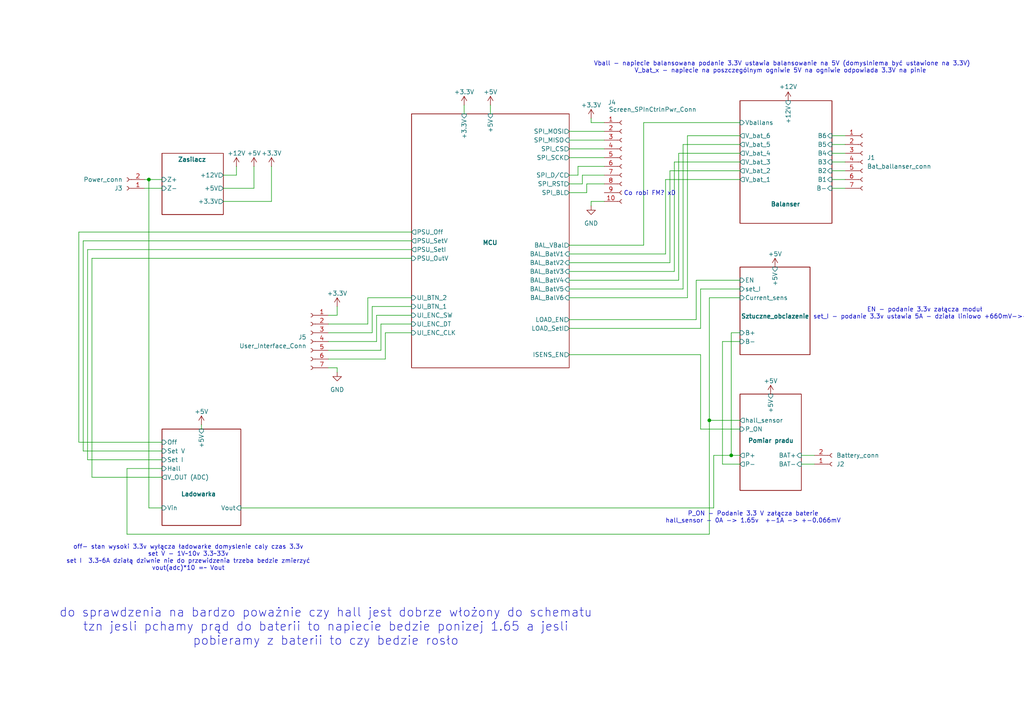
<source format=kicad_sch>
(kicad_sch (version 20231120) (generator "eeschema") (generator_version "8.0")
  (paper "A4")
  (lib_symbols
    (symbol "Connector:Conn_01x02_Socket" (pin_names (offset 1.016) hide)
      (property "Reference" "J" (at 0 2.54 0))
      (property "Value" "Conn_01x02_Socket" (at 0 -5.08 0))
      (symbol "Conn_01x02_Socket_1_1"
        (arc (start 0 -2.032) (mid -0.5058 -2.54) (end 0 -3.048) (stroke (width 0.1524)))
        (polyline (pts (xy -1.27 -2.54) (xy -0.508 -2.54)) (stroke (width 0.1524)))
        (polyline (pts (xy -1.27 0) (xy -0.508 0)) (stroke (width 0.1524)))
        (arc (start 0 0.508) (mid -0.5058 0) (end 0 -0.508) (stroke (width 0.1524)))
        (pin passive line (at -5.08 0 0) (length 3.81) (name "Pin_1") (number "1"))
        (pin passive line (at -5.08 -2.54 0) (length 3.81) (name "Pin_2") (number "2"))
      )
    )
    (symbol "Connector:Conn_01x07_Socket" (pin_names (offset 1.016) hide)
      (property "Reference" "J" (at 0 10.16 0))
      (property "Value" "Conn_01x07_Socket" (at 0 -10.16 0))
      (symbol "Conn_01x07_Socket_1_1"
        (arc (start 0 -7.112) (mid -0.5058 -7.62) (end 0 -8.128) (stroke (width 0.1524)))
        (arc (start 0 -4.572) (mid -0.5058 -5.08) (end 0 -5.588) (stroke (width 0.1524)))
        (arc (start 0 -2.032) (mid -0.5058 -2.54) (end 0 -3.048) (stroke (width 0.1524)))
        (polyline (pts (xy -1.27 -7.62) (xy -0.508 -7.62)) (stroke (width 0.1524)))
        (polyline (pts (xy -1.27 -5.08) (xy -0.508 -5.08)) (stroke (width 0.1524)))
        (polyline (pts (xy -1.27 -2.54) (xy -0.508 -2.54)) (stroke (width 0.1524)))
        (polyline (pts (xy -1.27 0) (xy -0.508 0)) (stroke (width 0.1524)))
        (polyline (pts (xy -1.27 2.54) (xy -0.508 2.54)) (stroke (width 0.1524)))
        (polyline (pts (xy -1.27 5.08) (xy -0.508 5.08)) (stroke (width 0.1524)))
        (polyline (pts (xy -1.27 7.62) (xy -0.508 7.62)) (stroke (width 0.1524)))
        (arc (start 0 0.508) (mid -0.5058 0) (end 0 -0.508) (stroke (width 0.1524)))
        (arc (start 0 3.048) (mid -0.5058 2.54) (end 0 2.032) (stroke (width 0.1524)))
        (arc (start 0 5.588) (mid -0.5058 5.08) (end 0 4.572) (stroke (width 0.1524)))
        (arc (start 0 8.128) (mid -0.5058 7.62) (end 0 7.112) (stroke (width 0.1524)))
        (pin passive line (at -5.08 7.62 0) (length 3.81) (name "Pin_1") (number "1"))
        (pin passive line (at -5.08 5.08 0) (length 3.81) (name "Pin_2") (number "2"))
        (pin passive line (at -5.08 2.54 0) (length 3.81) (name "Pin_3") (number "3"))
        (pin passive line (at -5.08 0 0) (length 3.81) (name "Pin_4") (number "4"))
        (pin passive line (at -5.08 -2.54 0) (length 3.81) (name "Pin_5") (number "5"))
        (pin passive line (at -5.08 -5.08 0) (length 3.81) (name "Pin_6") (number "6"))
        (pin passive line (at -5.08 -7.62 0) (length 3.81) (name "Pin_7") (number "7"))
      )
    )
    (symbol "Connector:Conn_01x10_Socket" (pin_names (offset 1.016) hide)
      (property "Reference" "J" (at 0 12.7 0))
      (property "Value" "Conn_01x10_Socket" (at 0 -15.24 0))
      (symbol "Conn_01x10_Socket_1_1"
        (arc (start 0 -12.192) (mid -0.5058 -12.7) (end 0 -13.208) (stroke (width 0.1524)))
        (arc (start 0 -9.652) (mid -0.5058 -10.16) (end 0 -10.668) (stroke (width 0.1524)))
        (arc (start 0 -7.112) (mid -0.5058 -7.62) (end 0 -8.128) (stroke (width 0.1524)))
        (arc (start 0 -4.572) (mid -0.5058 -5.08) (end 0 -5.588) (stroke (width 0.1524)))
        (arc (start 0 -2.032) (mid -0.5058 -2.54) (end 0 -3.048) (stroke (width 0.1524)))
        (polyline (pts (xy -1.27 -12.7) (xy -0.508 -12.7)) (stroke (width 0.1524)))
        (polyline (pts (xy -1.27 -10.16) (xy -0.508 -10.16)) (stroke (width 0.1524)))
        (polyline (pts (xy -1.27 -7.62) (xy -0.508 -7.62)) (stroke (width 0.1524)))
        (polyline (pts (xy -1.27 -5.08) (xy -0.508 -5.08)) (stroke (width 0.1524)))
        (polyline (pts (xy -1.27 -2.54) (xy -0.508 -2.54)) (stroke (width 0.1524)))
        (polyline (pts (xy -1.27 0) (xy -0.508 0)) (stroke (width 0.1524)))
        (polyline (pts (xy -1.27 2.54) (xy -0.508 2.54)) (stroke (width 0.1524)))
        (polyline (pts (xy -1.27 5.08) (xy -0.508 5.08)) (stroke (width 0.1524)))
        (polyline (pts (xy -1.27 7.62) (xy -0.508 7.62)) (stroke (width 0.1524)))
        (polyline (pts (xy -1.27 10.16) (xy -0.508 10.16)) (stroke (width 0.1524)))
        (arc (start 0 0.508) (mid -0.5058 0) (end 0 -0.508) (stroke (width 0.1524)))
        (arc (start 0 3.048) (mid -0.5058 2.54) (end 0 2.032) (stroke (width 0.1524)))
        (arc (start 0 5.588) (mid -0.5058 5.08) (end 0 4.572) (stroke (width 0.1524)))
        (arc (start 0 8.128) (mid -0.5058 7.62) (end 0 7.112) (stroke (width 0.1524)))
        (arc (start 0 10.668) (mid -0.5058 10.16) (end 0 9.652) (stroke (width 0.1524)))
        (pin passive line (at -5.08 10.16 0) (length 3.81) (name "Pin_1") (number "1"))
        (pin passive line (at -5.08 -12.7 0) (length 3.81) (name "Pin_10") (number "10"))
        (pin passive line (at -5.08 7.62 0) (length 3.81) (name "Pin_2") (number "2"))
        (pin passive line (at -5.08 5.08 0) (length 3.81) (name "Pin_3") (number "3"))
        (pin passive line (at -5.08 2.54 0) (length 3.81) (name "Pin_4") (number "4"))
        (pin passive line (at -5.08 0 0) (length 3.81) (name "Pin_5") (number "5"))
        (pin passive line (at -5.08 -2.54 0) (length 3.81) (name "Pin_6") (number "6"))
        (pin passive line (at -5.08 -5.08 0) (length 3.81) (name "Pin_7") (number "7"))
        (pin passive line (at -5.08 -7.62 0) (length 3.81) (name "Pin_8") (number "8"))
        (pin passive line (at -5.08 -10.16 0) (length 3.81) (name "Pin_9") (number "9"))
      )
    )
    (symbol "power:+12V" (power) (pin_numbers hide) (pin_names (offset 0) hide)
      (property "Value" "+12V" (at 0 3.556 0))
      (symbol "+12V_0_1"
        (polyline (pts (xy -0.762 1.27) (xy 0 2.54)))
        (polyline (pts (xy 0 0) (xy 0 2.54)))
        (polyline (pts (xy 0 2.54) (xy 0.762 1.27)))
      )
      (symbol "+12V_1_1"
        (pin power_in line (at 0 0 90) (length 0) (name "~") (number "1"))
      )
    )
    (symbol "power:+3.3V" (power) (pin_numbers hide) (pin_names (offset 0) hide)
      (property "Value" "+3.3V" (at 0 3.556 0))
      (symbol "+3.3V_0_1"
        (polyline (pts (xy -0.762 1.27) (xy 0 2.54)))
        (polyline (pts (xy 0 0) (xy 0 2.54)))
        (polyline (pts (xy 0 2.54) (xy 0.762 1.27)))
      )
      (symbol "+3.3V_1_1"
        (pin power_in line (at 0 0 90) (length 0) (name "~") (number "1"))
      )
    )
    (symbol "power:+5V" (power) (pin_numbers hide) (pin_names (offset 0) hide)
      (property "Value" "+5V" (at 0 3.556 0))
      (symbol "+5V_0_1"
        (polyline (pts (xy -0.762 1.27) (xy 0 2.54)))
        (polyline (pts (xy 0 0) (xy 0 2.54)))
        (polyline (pts (xy 0 2.54) (xy 0.762 1.27)))
      )
      (symbol "+5V_1_1"
        (pin power_in line (at 0 0 90) (length 0) (name "~") (number "1"))
      )
    )
    (symbol "power:GND" (power) (pin_numbers hide) (pin_names (offset 0) hide)
      (property "Value" "GND" (at 0 -3.81 0))
      (symbol "GND_0_1"
        (polyline (pts (xy 0 0) (xy 0 -1.27) (xy 1.27 -1.27) (xy 0 -2.54) (xy -1.27 -1.27) (xy 0 -1.27)))
      )
      (symbol "GND_1_1"
        (pin power_in line (at 0 0 270) (length 0) (name "~") (number "1"))
      )
    )
  )
  (junction (at 212.09 132.08))
  (junction (at 205.74 121.92))
  (junction (at 43.18 52.07))
  (wire (pts (xy 186.69 71.12) (xy 186.69 35.56)))
  (wire (pts (xy 207.01 132.08) (xy 212.09 132.08)))
  (wire (pts (xy 167.64 48.26) (xy 175.26 48.26)))
  (wire (pts (xy 36.83 154.94) (xy 205.74 154.94)))
  (wire (pts (xy 214.63 134.62) (xy 209.55 134.62)))
  (wire (pts (xy 25.4 133.35) (xy 46.99 133.35)))
  (wire (pts (xy 205.74 86.36) (xy 214.63 86.36)))
  (wire (pts (xy 165.1 76.2) (xy 194.31 76.2)))
  (wire (pts (xy 165.1 86.36) (xy 199.39 86.36)))
  (wire (pts (xy 214.63 132.08) (xy 212.09 132.08)))
  (wire (pts (xy 203.2 124.46) (xy 214.63 124.46)))
  (wire (pts (xy 201.93 81.28) (xy 214.63 81.28)))
  (wire (pts (xy 195.58 78.74) (xy 195.58 46.99)))
  (wire (pts (xy 232.41 134.62) (xy 236.22 134.62)))
  (wire (pts (xy 170.18 53.34) (xy 175.26 53.34)))
  (wire (pts (xy 73.66 48.26) (xy 73.66 54.61)))
  (wire (pts (xy 25.4 72.39) (xy 25.4 133.35)))
  (wire (pts (xy 22.86 128.27) (xy 46.99 128.27)))
  (wire (pts (xy 97.79 88.9) (xy 97.79 91.44)))
  (wire (pts (xy 69.85 147.32) (xy 207.01 147.32)))
  (wire (pts (xy 41.91 52.07) (xy 43.18 52.07)))
  (wire (pts (xy 36.83 154.94) (xy 36.83 135.89)))
  (wire (pts (xy 203.2 102.87) (xy 203.2 124.46)))
  (wire (pts (xy 95.25 93.98) (xy 106.68 93.98)))
  (wire (pts (xy 203.2 95.25) (xy 203.2 83.82)))
  (wire (pts (xy 198.12 83.82) (xy 198.12 41.91)))
  (wire (pts (xy 107.95 88.9) (xy 119.38 88.9)))
  (wire (pts (xy 58.42 123.19) (xy 58.42 124.46)))
  (wire (pts (xy 194.31 49.53) (xy 214.63 49.53)))
  (wire (pts (xy 68.58 50.8) (xy 68.58 48.26)))
  (wire (pts (xy 109.22 91.44) (xy 119.38 91.44)))
  (wire (pts (xy 171.45 58.42) (xy 175.26 58.42)))
  (wire (pts (xy 119.38 72.39) (xy 25.4 72.39)))
  (wire (pts (xy 26.67 138.43) (xy 46.99 138.43)))
  (wire (pts (xy 165.1 102.87) (xy 203.2 102.87)))
  (wire (pts (xy 165.1 53.34) (xy 168.91 53.34)))
  (wire (pts (xy 186.69 35.56) (xy 214.63 35.56)))
  (wire (pts (xy 165.1 45.72) (xy 175.26 45.72)))
  (wire (pts (xy 165.1 73.66) (xy 193.04 73.66)))
  (wire (pts (xy 119.38 69.85) (xy 24.13 69.85)))
  (wire (pts (xy 207.01 147.32) (xy 207.01 132.08)))
  (wire (pts (xy 205.74 86.36) (xy 205.74 121.92)))
  (wire (pts (xy 199.39 86.36) (xy 199.39 39.37)))
  (wire (pts (xy 165.1 55.88) (xy 170.18 55.88)))
  (wire (pts (xy 196.85 44.45) (xy 214.63 44.45)))
  (wire (pts (xy 142.24 30.48) (xy 142.24 33.02)))
  (wire (pts (xy 165.1 83.82) (xy 198.12 83.82)))
  (wire (pts (xy 111.76 96.52) (xy 119.38 96.52)))
  (wire (pts (xy 43.18 52.07) (xy 43.18 147.32)))
  (wire (pts (xy 64.77 50.8) (xy 68.58 50.8)))
  (wire (pts (xy 171.45 35.56) (xy 175.26 35.56)))
  (wire (pts (xy 241.3 46.99) (xy 245.11 46.99)))
  (wire (pts (xy 95.25 106.68) (xy 97.79 106.68)))
  (wire (pts (xy 212.09 132.08) (xy 212.09 96.52)))
  (wire (pts (xy 111.76 104.14) (xy 111.76 96.52)))
  (wire (pts (xy 209.55 99.06) (xy 214.63 99.06)))
  (wire (pts (xy 110.49 93.98) (xy 119.38 93.98)))
  (wire (pts (xy 41.91 54.61) (xy 46.99 54.61)))
  (wire (pts (xy 193.04 73.66) (xy 193.04 52.07)))
  (wire (pts (xy 203.2 83.82) (xy 214.63 83.82)))
  (wire (pts (xy 171.45 34.29) (xy 171.45 35.56)))
  (wire (pts (xy 95.25 99.06) (xy 109.22 99.06)))
  (wire (pts (xy 97.79 107.95) (xy 97.79 106.68)))
  (wire (pts (xy 165.1 38.1) (xy 175.26 38.1)))
  (wire (pts (xy 241.3 49.53) (xy 245.11 49.53)))
  (wire (pts (xy 165.1 40.64) (xy 175.26 40.64)))
  (wire (pts (xy 78.74 48.26) (xy 78.74 58.42)))
  (wire (pts (xy 26.67 74.93) (xy 26.67 138.43)))
  (wire (pts (xy 119.38 67.31) (xy 22.86 67.31)))
  (wire (pts (xy 110.49 101.6) (xy 110.49 93.98)))
  (wire (pts (xy 199.39 39.37) (xy 214.63 39.37)))
  (wire (pts (xy 205.74 154.94) (xy 205.74 121.92)))
  (wire (pts (xy 106.68 86.36) (xy 119.38 86.36)))
  (wire (pts (xy 165.1 50.8) (xy 167.64 50.8)))
  (wire (pts (xy 194.31 76.2) (xy 194.31 49.53)))
  (wire (pts (xy 95.25 104.14) (xy 111.76 104.14)))
  (wire (pts (xy 167.64 50.8) (xy 167.64 48.26)))
  (wire (pts (xy 232.41 132.08) (xy 236.22 132.08)))
  (wire (pts (xy 107.95 96.52) (xy 107.95 88.9)))
  (wire (pts (xy 24.13 69.85) (xy 24.13 130.81)))
  (wire (pts (xy 95.25 91.44) (xy 97.79 91.44)))
  (wire (pts (xy 195.58 46.99) (xy 214.63 46.99)))
  (wire (pts (xy 196.85 81.28) (xy 196.85 44.45)))
  (wire (pts (xy 165.1 78.74) (xy 195.58 78.74)))
  (wire (pts (xy 241.3 54.61) (xy 245.11 54.61)))
  (wire (pts (xy 165.1 81.28) (xy 196.85 81.28)))
  (wire (pts (xy 43.18 147.32) (xy 46.99 147.32)))
  (wire (pts (xy 212.09 96.52) (xy 214.63 96.52)))
  (wire (pts (xy 241.3 44.45) (xy 245.11 44.45)))
  (wire (pts (xy 198.12 41.91) (xy 214.63 41.91)))
  (wire (pts (xy 43.18 52.07) (xy 46.99 52.07)))
  (wire (pts (xy 24.13 130.81) (xy 46.99 130.81)))
  (wire (pts (xy 109.22 99.06) (xy 109.22 91.44)))
  (wire (pts (xy 165.1 43.18) (xy 175.26 43.18)))
  (wire (pts (xy 165.1 92.71) (xy 201.93 92.71)))
  (wire (pts (xy 95.25 96.52) (xy 107.95 96.52)))
  (wire (pts (xy 22.86 67.31) (xy 22.86 128.27)))
  (wire (pts (xy 170.18 55.88) (xy 170.18 53.34)))
  (wire (pts (xy 168.91 53.34) (xy 168.91 50.8)))
  (wire (pts (xy 73.66 54.61) (xy 64.77 54.61)))
  (wire (pts (xy 201.93 92.71) (xy 201.93 81.28)))
  (wire (pts (xy 36.83 135.89) (xy 46.99 135.89)))
  (wire (pts (xy 214.63 121.92) (xy 205.74 121.92)))
  (wire (pts (xy 165.1 95.25) (xy 203.2 95.25)))
  (wire (pts (xy 78.74 58.42) (xy 64.77 58.42)))
  (wire (pts (xy 241.3 39.37) (xy 245.11 39.37)))
  (wire (pts (xy 193.04 52.07) (xy 214.63 52.07)))
  (wire (pts (xy 209.55 134.62) (xy 209.55 99.06)))
  (wire (pts (xy 241.3 41.91) (xy 245.11 41.91)))
  (wire (pts (xy 95.25 101.6) (xy 110.49 101.6)))
  (wire (pts (xy 119.38 74.93) (xy 26.67 74.93)))
  (wire (pts (xy 106.68 93.98) (xy 106.68 86.36)))
  (wire (pts (xy 171.45 59.69) (xy 171.45 58.42)))
  (wire (pts (xy 168.91 50.8) (xy 175.26 50.8)))
  (wire (pts (xy 165.1 71.12) (xy 186.69 71.12)))
  (wire (pts (xy 241.3 52.07) (xy 245.11 52.07)))
  (wire (pts (xy 134.62 30.48) (xy 134.62 33.02)))
  (text "EN - podanie 3.3v załącza moduł\nset_I - podanie 3.3v ustawia 5A - działa liniowo +660mV->+1A" (at 268.224 90.932 0) (effects (font (size 1.27 1.27))))
  (text "off- stan wysoki 3.3v wyłącza ładowarke domyslenie caly czas 3.3v\nset V - 1V~10v 3.3~33v\nset I  3.3~6A działą dziwnie nie do przewidzenia trzeba bedzie zmierzyć\nvout(adc)*10 =~ Vout" (at 54.61 161.798 0) (effects (font (size 1.27 1.27))))
  (text "Bardzo proszę o nie renumerowanie elementów !!!" (at 138.684 -9.144 0) (effects (font (size 3.81 3.81) (thickness 0.762) (bold yes))))
  (text "Vball - napiecie balansowana podanie 3.3V ustawia balansowanie na 5V (domyslniema być ustawione na 3.3V)\nV_bat_x - napiecie na poszczególnym ogniwie 5V na ogniwie odpowiada 3.3V na pinie \n" (at 226.822 19.558 0) (effects (font (size 1.27 1.27))))
  (text "Co robi FM? xD" (at 188.468 56.134 0) (effects (font (size 1.27 1.27))))
  (text "do sprawdzenia na bardzo poważnie czy hall jest dobrze włożony do schematu\n tzn jesli pchamy prąd do baterii to napiecie bedzie ponizej 1.65 a jesli \npobieramy z baterii to czy bedzie rosło" (at 94.488 181.864 0) (effects (font (size 2.54 2.54))))
  (text "P_ON - Podanie 3.3 V załącza baterie\nhall_sensor - 0A -> 1.65v  +-1A -> +-0.066mV" (at 218.44 150.114 0) (effects (font (size 1.27 1.27))))
  (symbol (lib_id "power:+3.3V") (at 97.79 88.9 0) (unit 1)
    (property "Reference" "#PWR076" (effects (hide yes)))
    (property "Value" "+3.3V" (at 97.79 85.09 0))
    (property "Description" "Power symbol creates a global label with name \"+3.3V\"" (effects (hide yes)))
  )
  (symbol (lib_id "power:+3.3V") (at 171.45 34.29 0) (unit 1)
    (property "Reference" "#PWR065" (effects (hide yes)))
    (property "Value" "+3.3V" (at 171.45 30.48 0))
    (property "Description" "Power symbol creates a global label with name \"+3.3V\"" (effects (hide yes)))
  )
  (symbol (lib_id "Connector:Conn_01x02_Socket") (at 36.83 54.61 180) (unit 1)
    (property "Reference" "J3" (at 35.56 54.6101 0) (effects (justify left)))
    (property "Value" "Power_conn" (at 35.56 52.0701 0) (effects (justify left)))
    (property "Footprint" "Connector_AMASS:AMASS_XT60PW-F_1x02_P7.20mm_Horizontal" (effects (hide yes)))
    (property "Description" "Generic connector, single row, 01x02, script generated" (effects (hide yes)))
  )
  (symbol (lib_id "power:+5V") (at 142.24 30.48 0) (unit 1)
    (property "Reference" "#PWR064" (effects (hide yes)))
    (property "Value" "+5V" (at 142.24 26.67 0))
    (property "Description" "Power symbol creates a global label with name \"+5V\"" (effects (hide yes)))
  )
  (symbol (lib_id "power:+5V") (at 73.66 48.26 0) (unit 1)
    (property "Reference" "#PWR061" (effects (hide yes)))
    (property "Value" "+5V" (at 73.66 44.45 0))
    (property "Description" "Power symbol creates a global label with name \"+5V\"" (effects (hide yes)))
  )
  (symbol (lib_id "power:+3.3V") (at 78.74 48.26 0) (unit 1)
    (property "Reference" "#PWR062" (effects (hide yes)))
    (property "Value" "+3.3V" (at 78.74 44.45 0))
    (property "Description" "Power symbol creates a global label with name \"+3.3V\"" (effects (hide yes)))
  )
  (symbol (lib_id "Connector:Conn_01x07_Socket") (at 250.19 46.99 0) (unit 1)
    (property "Reference" "J1" (at 251.46 45.7199 0) (effects (justify left)))
    (property "Value" "Bat_ballanser_conn" (at 251.46 48.2599 0) (effects (justify left)))
    (property "Footprint" "Connector_PinHeader_2.54mm:PinHeader_1x07_P2.54mm_Horizontal" (effects (hide yes)))
    (property "Description" "Generic connector, single row, 01x07, script generated" (effects (hide yes)))
  )
  (symbol (lib_id "Connector:Conn_01x07_Socket") (at 90.17 99.06 0) (mirror y) (unit 1)
    (property "Reference" "J5" (at 88.9 97.7899 0) (effects (justify left)))
    (property "Value" "User_Interface_Conn" (at 88.9 100.3299 0) (effects (justify left)))
    (property "Footprint" "Connector_PinHeader_2.54mm:PinHeader_1x07_P2.54mm_Horizontal" (effects (hide yes)))
    (property "Description" "Generic connector, single row, 01x07, script generated" (effects (hide yes)))
  )
  (symbol (lib_id "power:GND") (at 97.79 107.95 0) (unit 1)
    (property "Reference" "#PWR077" (effects (hide yes)))
    (property "Value" "GND" (at 97.79 113.03 0))
    (property "Description" "Power symbol creates a global label with name \"GND\" , ground" (effects (hide yes)))
  )
  (symbol (lib_id "power:GND") (at 171.45 59.69 0) (unit 1)
    (property "Reference" "#PWR066" (effects (hide yes)))
    (property "Value" "GND" (at 171.45 64.77 0))
    (property "Description" "Power symbol creates a global label with name \"GND\" , ground" (effects (hide yes)))
  )
  (symbol (lib_id "power:+5V") (at 224.79 77.47 0) (unit 1)
    (property "Reference" "#PWR038" (effects (hide yes)))
    (property "Value" "+5V" (at 224.79 73.66 0))
    (property "Description" "Power symbol creates a global label with name \"+5V\"" (effects (hide yes)))
  )
  (symbol (lib_id "power:+5V") (at 58.42 123.19 0) (unit 1)
    (property "Reference" "#PWR01" (effects (hide yes)))
    (property "Value" "+5V" (at 58.42 119.38 0))
    (property "Description" "Power symbol creates a global label with name \"+5V\"" (effects (hide yes)))
  )
  (symbol (lib_id "Connector:Conn_01x10_Socket") (at 180.34 45.72 0) (unit 1)
    (property "Reference" "J4" (at 176.276 29.718 0) (effects (justify left)))
    (property "Value" "Screen_SPInCtrlnPwr_Conn" (at 176.53 31.75 0) (effects (justify left)))
    (property "Description" "Generic connector, single row, 01x10, script generated" (effects (hide yes)))
  )
  (symbol (lib_id "power:+5V") (at 223.52 114.3 0) (unit 1)
    (property "Reference" "#PWR039" (effects (hide yes)))
    (property "Value" "+5V" (at 223.52 110.49 0))
    (property "Description" "Power symbol creates a global label with name \"+5V\"" (effects (hide yes)))
  )
  (symbol (lib_id "Connector:Conn_01x02_Socket") (at 241.3 134.62 0) (mirror x) (unit 1)
    (property "Reference" "J2" (at 242.57 134.6201 0) (effects (justify left)))
    (property "Value" "Battery_conn" (at 242.57 132.0801 0) (effects (justify left)))
    (property "Footprint" "Connector_AMASS:AMASS_XT60PW-M_1x02_P7.20mm_Horizontal" (effects (hide yes)))
    (property "Description" "Generic connector, single row, 01x02, script generated" (effects (hide yes)))
  )
  (symbol (lib_id "power:+12V") (at 228.6 29.21 0) (unit 1)
    (property "Reference" "#PWR011" (effects (hide yes)))
    (property "Value" "+12V" (at 228.6 25.146 0))
    (property "Description" "Power symbol creates a global label with name \"+12V\"" (effects (hide yes)))
  )
  (symbol (lib_id "power:+12V") (at 68.58 48.26 0) (unit 1)
    (property "Reference" "#PWR060" (effects (hide yes)))
    (property "Value" "+12V" (at 68.58 44.45 0))
    (property "Description" "Power symbol creates a global label with name \"+12V\"" (effects (hide yes)))
  )
  (symbol (lib_id "power:+3.3V") (at 134.62 30.48 0) (unit 1)
    (property "Reference" "#PWR067" (effects (hide yes)))
    (property "Value" "+3.3V" (at 134.62 26.67 0))
    (property "Description" "Power symbol creates a global label with name \"+3.3V\"" (effects (hide yes)))
  )
  (sheet (at 214.63 114.3) (size 17.78 27.94) (stroke (width 0.1524))
    (property "Sheetname" "Pomiar pradu" (at 216.916 128.524 0) (effects (font (bold yes)) (justify left bottom)))
    (property "Sheetfile" "pomiar_pradu.kicad_sch" (effects (hide yes)))
    (pin "BAT-" input (at 232.41 134.62 0))
    (pin "BAT+" input (at 232.41 132.08 0))
    (pin "hall_sensor" output (at 214.63 121.92 180))
    (pin "P_ON" input (at 214.63 124.46 180))
    (pin "P-" output (at 214.63 134.62 180))
    (pin "P+" output (at 214.63 132.08 180))
    (pin "+5V" input (at 223.52 114.3 90))
  )
  (sheet (at 214.63 29.21) (size 26.67 35.56) (stroke (width 0.1524))
    (property "Sheetname" "Balanser" (at 223.52 59.944 0) (effects (font (bold yes)) (justify left bottom)))
    (property "Sheetfile" "balanser.kicad_sch" (effects (hide yes)))
    (pin "V_bat_5" output (at 214.63 41.91 180))
    (pin "V_bat_4" output (at 214.63 44.45 180))
    (pin "Vballans" input (at 214.63 35.56 180))
    (pin "V_bat_6" output (at 214.63 39.37 180))
    (pin "V_bat_1" output (at 214.63 52.07 180))
    (pin "V_bat_2" output (at 214.63 49.53 180))
    (pin "V_bat_3" output (at 214.63 46.99 180))
    (pin "B1" input (at 241.3 52.07 0))
    (pin "B-" input (at 241.3 54.61 0))
    (pin "B2" input (at 241.3 49.53 0))
    (pin "B5" input (at 241.3 41.91 0))
    (pin "B4" input (at 241.3 44.45 0))
    (pin "B3" input (at 241.3 46.99 0))
    (pin "B6" input (at 241.3 39.37 0))
    (pin "+12V" input (at 228.6 29.21 90))
  )
  (sheet (at 46.99 44.45) (size 17.78 17.78) (stroke (width 0.1524))
    (property "Sheetname" "Zasilacz" (at 51.562 46.99 0) (effects (font (bold yes)) (justify left bottom)))
    (property "Sheetfile" "zasilacz.kicad_sch" (effects (hide yes)))
    (pin "+3.3V" output (at 64.77 58.42 0))
    (pin "+5V" output (at 64.77 54.61 0))
    (pin "+12V" output (at 64.77 50.8 0))
    (pin "Z+" input (at 46.99 52.07 180))
    (pin "Z-" input (at 46.99 54.61 180))
  )
  (sheet (at 214.63 77.47) (size 20.32 25.4) (stroke (width 0.1524))
    (property "Sheetname" "Sztuczne_obciazenie" (at 214.884 92.456 0) (effects (font (bold yes)) (justify left bottom)))
    (property "Sheetfile" "sztuczne_obciazenie.kicad_sch" (effects (hide yes)))
    (pin "EN" input (at 214.63 81.28 180))
    (pin "set_I" input (at 214.63 83.82 180))
    (pin "Current_sens" input (at 214.63 86.36 180))
    (pin "+5V" input (at 224.7787 77.47 90))
    (pin "B-" input (at 214.63 99.06 180))
    (pin "B+" input (at 214.63 96.52 180))
  )
  (sheet (at 119.38 33.02) (size 45.72 73.66) (stroke (width 0.1524))
    (property "Sheetname" "MCU" (at 139.954 71.12 0) (effects (font (bold yes)) (justify left bottom)))
    (property "Sheetfile" "mcu.kicad_sch" (effects (hide yes)))
    (pin "SPI_SCK" output (at 165.1 45.72 0))
    (pin "SPI_CS" output (at 165.1 43.18 0))
    (pin "SPI_MISO" input (at 165.1 40.64 0))
    (pin "SPI_MOSI" output (at 165.1 38.1 0))
    (pin "SPI_D{slash}C" output (at 165.1 50.8 0))
    (pin "SPI_RST" output (at 165.1 53.34 0))
    (pin "SPI_BL" output (at 165.1 55.88 0))
    (pin "+5V" input (at 142.24 33.02 90))
    (pin "PSU_SetV" output (at 119.38 69.85 180))
    (pin "PSU_Off" output (at 119.38 67.31 180))
    (pin "PSU_SetI" output (at 119.38 72.39 180))
    (pin "BAL_VBal" output (at 165.1 71.12 0))
    (pin "LOAD_EN" output (at 165.1 92.71 0))
    (pin "LOAD_SetI" output (at 165.1 95.25 0))
    (pin "ISENS_EN" output (at 165.1 102.87 0))
    (pin "PSU_OutV" input (at 119.38 74.93 180))
    (pin "BAL_BatV4" input (at 165.1 81.28 0))
    (pin "BAL_BalV6" input (at 165.1 86.36 0))
    (pin "BAL_BatV5" input (at 165.1 83.82 0))
    (pin "BAL_BatV3" input (at 165.1 78.74 0))
    (pin "BAL_BatV2" input (at 165.1 76.2 0))
    (pin "BAL_BatV1" input (at 165.1 73.66 0))
    (pin "+3.3V" input (at 134.62 33.02 90))
    (pin "UI_BTN_2" input (at 119.38 86.36 180))
    (pin "UI_BTN_1" input (at 119.38 88.9 180))
    (pin "UI_ENC_SW" input (at 119.38 91.44 180))
    (pin "UI_ENC_CLK" input (at 119.38 96.52 180))
    (pin "UI_ENC_DT" input (at 119.38 93.98 180))
  )
  (sheet (at 46.99 124.46) (size 22.86 27.94) (stroke (width 0.1524))
    (property "Sheetname" "Ladowarka" (at 52.451 144.018 0) (effects (font (bold yes)) (justify left bottom)))
    (property "Sheetfile" "ladowarka.kicad_sch" (effects (hide yes)))
    (pin "Off" input (at 46.99 128.27 180))
    (pin "Set V" input (at 46.99 130.81 180))
    (pin "+5V" input (at 58.42 124.46 90))
    (pin "Set I" input (at 46.99 133.35 180))
    (pin "Vout" input (at 69.85 147.32 0))
    (pin "Vin" input (at 46.99 147.32 180))
    (pin "Hall" input (at 46.99 135.89 180))
    (pin "V_OUT (ADC)" output (at 46.99 138.43 180))
  )
)
</source>
